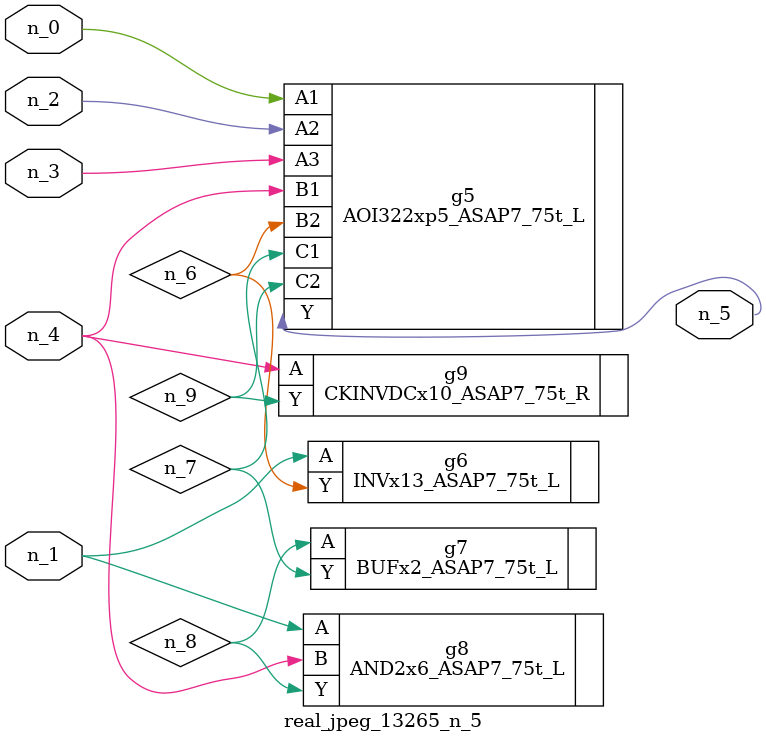
<source format=v>
module real_jpeg_13265_n_5 (n_4, n_0, n_1, n_2, n_3, n_5);

input n_4;
input n_0;
input n_1;
input n_2;
input n_3;

output n_5;

wire n_8;
wire n_6;
wire n_7;
wire n_9;

AOI322xp5_ASAP7_75t_L g5 ( 
.A1(n_0),
.A2(n_2),
.A3(n_3),
.B1(n_4),
.B2(n_6),
.C1(n_7),
.C2(n_9),
.Y(n_5)
);

INVx13_ASAP7_75t_L g6 ( 
.A(n_1),
.Y(n_6)
);

AND2x6_ASAP7_75t_L g8 ( 
.A(n_1),
.B(n_4),
.Y(n_8)
);

CKINVDCx10_ASAP7_75t_R g9 ( 
.A(n_4),
.Y(n_9)
);

BUFx2_ASAP7_75t_L g7 ( 
.A(n_8),
.Y(n_7)
);


endmodule
</source>
